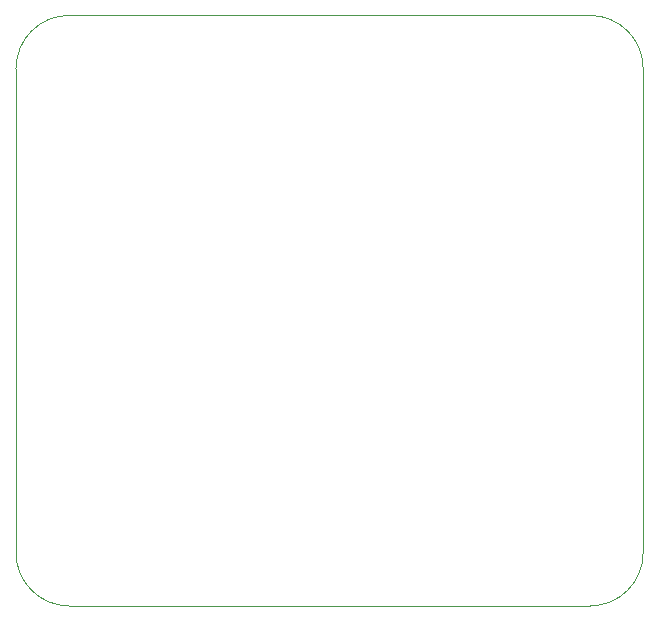
<source format=gbr>
%TF.GenerationSoftware,KiCad,Pcbnew,5.1.10-88a1d61d58~88~ubuntu20.04.1*%
%TF.CreationDate,2021-05-25T15:32:40+07:00*%
%TF.ProjectId,36P-miniSAS-Header-Adapter,3336502d-6d69-46e6-9953-41532d486561,rev?*%
%TF.SameCoordinates,Original*%
%TF.FileFunction,Profile,NP*%
%FSLAX46Y46*%
G04 Gerber Fmt 4.6, Leading zero omitted, Abs format (unit mm)*
G04 Created by KiCad (PCBNEW 5.1.10-88a1d61d58~88~ubuntu20.04.1) date 2021-05-25 15:32:40*
%MOMM*%
%LPD*%
G01*
G04 APERTURE LIST*
%TA.AperFunction,Profile*%
%ADD10C,0.050000*%
%TD*%
G04 APERTURE END LIST*
D10*
X202500000Y-23000000D02*
G75*
G02*
X198000000Y-27500000I-4500000J0D01*
G01*
X153900000Y-27500000D02*
G75*
G02*
X149400000Y-23000000I0J4500000D01*
G01*
X149400000Y18000000D02*
G75*
G02*
X153900000Y22500000I4500000J0D01*
G01*
X202500000Y18000000D02*
X202500000Y-23000000D01*
X198000000Y22500000D02*
G75*
G02*
X202500000Y18000000I0J-4500000D01*
G01*
X153900000Y22500000D02*
X198000000Y22500000D01*
X149400000Y-23000000D02*
X149400000Y18000000D01*
X198000000Y-27500000D02*
X153900000Y-27500000D01*
M02*

</source>
